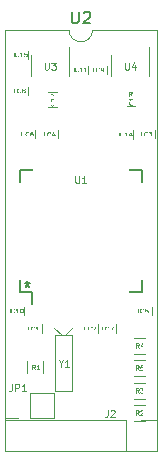
<source format=gto>
G04 #@! TF.GenerationSoftware,KiCad,Pcbnew,(5.1.2-1)-1*
G04 #@! TF.CreationDate,2019-06-12T16:50:37+03:00*
G04 #@! TF.ProjectId,ayx,6179782e-6b69-4636-9164-5f7063625858,rev?*
G04 #@! TF.SameCoordinates,Original*
G04 #@! TF.FileFunction,Legend,Top*
G04 #@! TF.FilePolarity,Positive*
%FSLAX46Y46*%
G04 Gerber Fmt 4.6, Leading zero omitted, Abs format (unit mm)*
G04 Created by KiCad (PCBNEW (5.1.2-1)-1) date 2019-06-12 16:50:37*
%MOMM*%
%LPD*%
G04 APERTURE LIST*
%ADD10C,0.200000*%
%ADD11C,0.120000*%
%ADD12C,0.150000*%
%ADD13C,0.100000*%
%ADD14R,2.000000X2.000000*%
%ADD15O,2.000000X2.000000*%
%ADD16R,1.150000X1.200000*%
%ADD17R,1.400000X0.650000*%
%ADD18R,0.650000X1.400000*%
%ADD19O,2.100000X2.100000*%
%ADD20R,2.100000X2.100000*%
%ADD21R,1.050000X1.460000*%
%ADD22R,1.300000X0.900000*%
%ADD23R,0.900000X1.300000*%
%ADD24R,1.200000X1.150000*%
%ADD25O,1.750000X1.750000*%
%ADD26R,1.750000X1.750000*%
%ADD27C,1.400000*%
G04 APERTURE END LIST*
D10*
X143433800Y-106335580D02*
X143433800Y-106573676D01*
X143195704Y-106478438D02*
X143433800Y-106573676D01*
X143671895Y-106478438D01*
X143290942Y-106764152D02*
X143433800Y-106573676D01*
X143576657Y-106764152D01*
D11*
X148955000Y-85030000D02*
G75*
G02X146955000Y-85030000I-1000000J0D01*
G01*
X146955000Y-85030000D02*
X141495000Y-85030000D01*
X141495000Y-85030000D02*
X141495000Y-120710000D01*
X141495000Y-120710000D02*
X154415000Y-120710000D01*
X154415000Y-120710000D02*
X154415000Y-85030000D01*
X154415000Y-85030000D02*
X148955000Y-85030000D01*
X148555000Y-88054000D02*
X148555000Y-88754000D01*
X147355000Y-88754000D02*
X147355000Y-88054000D01*
D12*
X143795000Y-107248400D02*
X143795000Y-108273400D01*
X142795000Y-96898400D02*
X142795000Y-97973400D01*
X153145000Y-96898400D02*
X153145000Y-97973400D01*
X153145000Y-107248400D02*
X153145000Y-106173400D01*
X142795000Y-107248400D02*
X142795000Y-106173400D01*
X153145000Y-107248400D02*
X152070000Y-107248400D01*
X153145000Y-96898400D02*
X152070000Y-96898400D01*
X142795000Y-96898400D02*
X143870000Y-96898400D01*
X142795000Y-107248400D02*
X143795000Y-107248400D01*
D11*
X154365000Y-118050000D02*
X154365000Y-119380000D01*
X153035000Y-118050000D02*
X154365000Y-118050000D01*
X151765000Y-118050000D02*
X151765000Y-120710000D01*
X151765000Y-120710000D02*
X141545000Y-120710000D01*
X151765000Y-118050000D02*
X141545000Y-118050000D01*
X141545000Y-118050000D02*
X141545000Y-120710000D01*
X146964000Y-88954000D02*
X146964000Y-86504000D01*
X143744000Y-87154000D02*
X143744000Y-88954000D01*
X153756000Y-88954000D02*
X153756000Y-86504000D01*
X150536000Y-87154000D02*
X150536000Y-88954000D01*
X142275000Y-87484000D02*
X142275000Y-86784000D01*
X143475000Y-86784000D02*
X143475000Y-87484000D01*
X143468800Y-110675600D02*
X143468800Y-109975600D01*
X144668800Y-109975600D02*
X144668800Y-110675600D01*
X148244000Y-110675600D02*
X148244000Y-109975600D01*
X149444000Y-109975600D02*
X149444000Y-110675600D01*
X154219200Y-93515000D02*
X154219200Y-94215000D01*
X153019200Y-94215000D02*
X153019200Y-93515000D01*
X146015000Y-93515000D02*
X146015000Y-94215000D01*
X144815000Y-94215000D02*
X144815000Y-93515000D01*
X153952500Y-108477000D02*
X153952500Y-109177000D01*
X152752500Y-109177000D02*
X152752500Y-108477000D01*
X150917200Y-109975600D02*
X150917200Y-110675600D01*
X149717200Y-110675600D02*
X149717200Y-109975600D01*
X142275000Y-90532000D02*
X142275000Y-89832000D01*
X143475000Y-89832000D02*
X143475000Y-90532000D01*
X148942500Y-88754000D02*
X148942500Y-88054000D01*
X150142500Y-88054000D02*
X150142500Y-88754000D01*
X143388800Y-114088800D02*
X143388800Y-113088800D01*
X144748800Y-113088800D02*
X144748800Y-114088800D01*
X153420000Y-118155000D02*
X152420000Y-118155000D01*
X152420000Y-116795000D02*
X153420000Y-116795000D01*
X153420000Y-116250000D02*
X152420000Y-116250000D01*
X152420000Y-114890000D02*
X153420000Y-114890000D01*
X153420000Y-112440000D02*
X152420000Y-112440000D01*
X152420000Y-111080000D02*
X153420000Y-111080000D01*
X153420000Y-114345000D02*
X152420000Y-114345000D01*
X152420000Y-112985000D02*
X153420000Y-112985000D01*
X144110000Y-93515000D02*
X144110000Y-94215000D01*
X142910000Y-94215000D02*
X142910000Y-93515000D01*
X141919400Y-109175600D02*
X141919400Y-108475600D01*
X143119400Y-108475600D02*
X143119400Y-109175600D01*
X145204000Y-90332000D02*
X145904000Y-90332000D01*
X145904000Y-91532000D02*
X145204000Y-91532000D01*
X151869000Y-90266000D02*
X152569000Y-90266000D01*
X152569000Y-91466000D02*
X151869000Y-91466000D01*
X151165000Y-94240400D02*
X151165000Y-93540400D01*
X152365000Y-93540400D02*
X152365000Y-94240400D01*
X141567600Y-117900000D02*
X141567600Y-116840000D01*
X142627600Y-117900000D02*
X141567600Y-117900000D01*
X143627600Y-117900000D02*
X143627600Y-115780000D01*
X143627600Y-115780000D02*
X145687600Y-115780000D01*
X143627600Y-117900000D02*
X145687600Y-117900000D01*
X145687600Y-117900000D02*
X145687600Y-115780000D01*
X147218400Y-110275600D02*
X147218400Y-110275600D01*
X146618400Y-110875600D02*
X147218400Y-110275600D01*
X145718400Y-110275600D02*
X145718400Y-110275600D01*
X146318400Y-110875600D02*
X145718400Y-110275600D01*
X147168400Y-110875600D02*
X145768400Y-110875600D01*
X147168400Y-115575600D02*
X147168400Y-110875600D01*
X145768400Y-115575600D02*
X147168400Y-115575600D01*
X145768400Y-110875600D02*
X145768400Y-115575600D01*
D12*
X147193095Y-83482380D02*
X147193095Y-84291904D01*
X147240714Y-84387142D01*
X147288333Y-84434761D01*
X147383571Y-84482380D01*
X147574047Y-84482380D01*
X147669285Y-84434761D01*
X147716904Y-84387142D01*
X147764523Y-84291904D01*
X147764523Y-83482380D01*
X148193095Y-83577619D02*
X148240714Y-83530000D01*
X148335952Y-83482380D01*
X148574047Y-83482380D01*
X148669285Y-83530000D01*
X148716904Y-83577619D01*
X148764523Y-83672857D01*
X148764523Y-83768095D01*
X148716904Y-83910952D01*
X148145476Y-84482380D01*
X148764523Y-84482380D01*
D13*
X147697857Y-88534857D02*
X147678809Y-88553904D01*
X147621666Y-88572952D01*
X147583571Y-88572952D01*
X147526428Y-88553904D01*
X147488333Y-88515809D01*
X147469285Y-88477714D01*
X147450238Y-88401523D01*
X147450238Y-88344380D01*
X147469285Y-88268190D01*
X147488333Y-88230095D01*
X147526428Y-88192000D01*
X147583571Y-88172952D01*
X147621666Y-88172952D01*
X147678809Y-88192000D01*
X147697857Y-88211047D01*
X148078809Y-88572952D02*
X147850238Y-88572952D01*
X147964523Y-88572952D02*
X147964523Y-88172952D01*
X147926428Y-88230095D01*
X147888333Y-88268190D01*
X147850238Y-88287238D01*
X148459761Y-88572952D02*
X148231190Y-88572952D01*
X148345476Y-88572952D02*
X148345476Y-88172952D01*
X148307380Y-88230095D01*
X148269285Y-88268190D01*
X148231190Y-88287238D01*
D11*
X147472457Y-97410628D02*
X147472457Y-97896342D01*
X147501028Y-97953485D01*
X147529600Y-97982057D01*
X147586742Y-98010628D01*
X147701028Y-98010628D01*
X147758171Y-97982057D01*
X147786742Y-97953485D01*
X147815314Y-97896342D01*
X147815314Y-97410628D01*
X148415314Y-98010628D02*
X148072457Y-98010628D01*
X148243885Y-98010628D02*
X148243885Y-97410628D01*
X148186742Y-97496342D01*
X148129600Y-97553485D01*
X148072457Y-97582057D01*
X150218800Y-117222628D02*
X150218800Y-117651200D01*
X150190228Y-117736914D01*
X150133085Y-117794057D01*
X150047371Y-117822628D01*
X149990228Y-117822628D01*
X150475942Y-117279771D02*
X150504514Y-117251200D01*
X150561657Y-117222628D01*
X150704514Y-117222628D01*
X150761657Y-117251200D01*
X150790228Y-117279771D01*
X150818800Y-117336914D01*
X150818800Y-117394057D01*
X150790228Y-117479771D01*
X150447371Y-117822628D01*
X150818800Y-117822628D01*
X144894357Y-87809428D02*
X144894357Y-88295142D01*
X144922928Y-88352285D01*
X144951500Y-88380857D01*
X145008642Y-88409428D01*
X145122928Y-88409428D01*
X145180071Y-88380857D01*
X145208642Y-88352285D01*
X145237214Y-88295142D01*
X145237214Y-87809428D01*
X145465785Y-87809428D02*
X145837214Y-87809428D01*
X145637214Y-88038000D01*
X145722928Y-88038000D01*
X145780071Y-88066571D01*
X145808642Y-88095142D01*
X145837214Y-88152285D01*
X145837214Y-88295142D01*
X145808642Y-88352285D01*
X145780071Y-88380857D01*
X145722928Y-88409428D01*
X145551500Y-88409428D01*
X145494357Y-88380857D01*
X145465785Y-88352285D01*
X151688857Y-87809428D02*
X151688857Y-88295142D01*
X151717428Y-88352285D01*
X151746000Y-88380857D01*
X151803142Y-88409428D01*
X151917428Y-88409428D01*
X151974571Y-88380857D01*
X152003142Y-88352285D01*
X152031714Y-88295142D01*
X152031714Y-87809428D01*
X152574571Y-88009428D02*
X152574571Y-88409428D01*
X152431714Y-87780857D02*
X152288857Y-88209428D01*
X152660285Y-88209428D01*
D13*
X142617857Y-87264857D02*
X142598809Y-87283904D01*
X142541666Y-87302952D01*
X142503571Y-87302952D01*
X142446428Y-87283904D01*
X142408333Y-87245809D01*
X142389285Y-87207714D01*
X142370238Y-87131523D01*
X142370238Y-87074380D01*
X142389285Y-86998190D01*
X142408333Y-86960095D01*
X142446428Y-86922000D01*
X142503571Y-86902952D01*
X142541666Y-86902952D01*
X142598809Y-86922000D01*
X142617857Y-86941047D01*
X142998809Y-87302952D02*
X142770238Y-87302952D01*
X142884523Y-87302952D02*
X142884523Y-86902952D01*
X142846428Y-86960095D01*
X142808333Y-86998190D01*
X142770238Y-87017238D01*
X143360714Y-86902952D02*
X143170238Y-86902952D01*
X143151190Y-87093428D01*
X143170238Y-87074380D01*
X143208333Y-87055333D01*
X143303571Y-87055333D01*
X143341666Y-87074380D01*
X143360714Y-87093428D01*
X143379761Y-87131523D01*
X143379761Y-87226761D01*
X143360714Y-87264857D01*
X143341666Y-87283904D01*
X143303571Y-87302952D01*
X143208333Y-87302952D01*
X143170238Y-87283904D01*
X143151190Y-87264857D01*
X144002133Y-110480457D02*
X143983085Y-110499504D01*
X143925942Y-110518552D01*
X143887847Y-110518552D01*
X143830704Y-110499504D01*
X143792609Y-110461409D01*
X143773561Y-110423314D01*
X143754514Y-110347123D01*
X143754514Y-110289980D01*
X143773561Y-110213790D01*
X143792609Y-110175695D01*
X143830704Y-110137600D01*
X143887847Y-110118552D01*
X143925942Y-110118552D01*
X143983085Y-110137600D01*
X144002133Y-110156647D01*
X144383085Y-110518552D02*
X144154514Y-110518552D01*
X144268800Y-110518552D02*
X144268800Y-110118552D01*
X144230704Y-110175695D01*
X144192609Y-110213790D01*
X144154514Y-110232838D01*
X148777333Y-110480457D02*
X148758285Y-110499504D01*
X148701142Y-110518552D01*
X148663047Y-110518552D01*
X148605904Y-110499504D01*
X148567809Y-110461409D01*
X148548761Y-110423314D01*
X148529714Y-110347123D01*
X148529714Y-110289980D01*
X148548761Y-110213790D01*
X148567809Y-110175695D01*
X148605904Y-110137600D01*
X148663047Y-110118552D01*
X148701142Y-110118552D01*
X148758285Y-110137600D01*
X148777333Y-110156647D01*
X148929714Y-110156647D02*
X148948761Y-110137600D01*
X148986857Y-110118552D01*
X149082095Y-110118552D01*
X149120190Y-110137600D01*
X149139238Y-110156647D01*
X149158285Y-110194742D01*
X149158285Y-110232838D01*
X149139238Y-110289980D01*
X148910666Y-110518552D01*
X149158285Y-110518552D01*
X153552533Y-94007857D02*
X153533485Y-94026904D01*
X153476342Y-94045952D01*
X153438247Y-94045952D01*
X153381104Y-94026904D01*
X153343009Y-93988809D01*
X153323961Y-93950714D01*
X153304914Y-93874523D01*
X153304914Y-93817380D01*
X153323961Y-93741190D01*
X153343009Y-93703095D01*
X153381104Y-93665000D01*
X153438247Y-93645952D01*
X153476342Y-93645952D01*
X153533485Y-93665000D01*
X153552533Y-93684047D01*
X153685866Y-93645952D02*
X153933485Y-93645952D01*
X153800152Y-93798333D01*
X153857295Y-93798333D01*
X153895390Y-93817380D01*
X153914438Y-93836428D01*
X153933485Y-93874523D01*
X153933485Y-93969761D01*
X153914438Y-94007857D01*
X153895390Y-94026904D01*
X153857295Y-94045952D01*
X153743009Y-94045952D01*
X153704914Y-94026904D01*
X153685866Y-94007857D01*
X145348333Y-94059357D02*
X145329285Y-94078404D01*
X145272142Y-94097452D01*
X145234047Y-94097452D01*
X145176904Y-94078404D01*
X145138809Y-94040309D01*
X145119761Y-94002214D01*
X145100714Y-93926023D01*
X145100714Y-93868880D01*
X145119761Y-93792690D01*
X145138809Y-93754595D01*
X145176904Y-93716500D01*
X145234047Y-93697452D01*
X145272142Y-93697452D01*
X145329285Y-93716500D01*
X145348333Y-93735547D01*
X145691190Y-93830785D02*
X145691190Y-94097452D01*
X145595952Y-93678404D02*
X145500714Y-93964119D01*
X145748333Y-93964119D01*
X153222333Y-108969157D02*
X153203285Y-108988204D01*
X153146142Y-109007252D01*
X153108047Y-109007252D01*
X153050904Y-108988204D01*
X153012809Y-108950109D01*
X152993761Y-108912014D01*
X152974714Y-108835823D01*
X152974714Y-108778680D01*
X152993761Y-108702490D01*
X153012809Y-108664395D01*
X153050904Y-108626300D01*
X153108047Y-108607252D01*
X153146142Y-108607252D01*
X153203285Y-108626300D01*
X153222333Y-108645347D01*
X153584238Y-108607252D02*
X153393761Y-108607252D01*
X153374714Y-108797728D01*
X153393761Y-108778680D01*
X153431857Y-108759633D01*
X153527095Y-108759633D01*
X153565190Y-108778680D01*
X153584238Y-108797728D01*
X153603285Y-108835823D01*
X153603285Y-108931061D01*
X153584238Y-108969157D01*
X153565190Y-108988204D01*
X153527095Y-109007252D01*
X153431857Y-109007252D01*
X153393761Y-108988204D01*
X153374714Y-108969157D01*
X150250533Y-110480457D02*
X150231485Y-110499504D01*
X150174342Y-110518552D01*
X150136247Y-110518552D01*
X150079104Y-110499504D01*
X150041009Y-110461409D01*
X150021961Y-110423314D01*
X150002914Y-110347123D01*
X150002914Y-110289980D01*
X150021961Y-110213790D01*
X150041009Y-110175695D01*
X150079104Y-110137600D01*
X150136247Y-110118552D01*
X150174342Y-110118552D01*
X150231485Y-110137600D01*
X150250533Y-110156647D01*
X150383866Y-110118552D02*
X150650533Y-110118552D01*
X150479104Y-110518552D01*
X142808333Y-90312857D02*
X142789285Y-90331904D01*
X142732142Y-90350952D01*
X142694047Y-90350952D01*
X142636904Y-90331904D01*
X142598809Y-90293809D01*
X142579761Y-90255714D01*
X142560714Y-90179523D01*
X142560714Y-90122380D01*
X142579761Y-90046190D01*
X142598809Y-90008095D01*
X142636904Y-89970000D01*
X142694047Y-89950952D01*
X142732142Y-89950952D01*
X142789285Y-89970000D01*
X142808333Y-89989047D01*
X143036904Y-90122380D02*
X142998809Y-90103333D01*
X142979761Y-90084285D01*
X142960714Y-90046190D01*
X142960714Y-90027142D01*
X142979761Y-89989047D01*
X142998809Y-89970000D01*
X143036904Y-89950952D01*
X143113095Y-89950952D01*
X143151190Y-89970000D01*
X143170238Y-89989047D01*
X143189285Y-90027142D01*
X143189285Y-90046190D01*
X143170238Y-90084285D01*
X143151190Y-90103333D01*
X143113095Y-90122380D01*
X143036904Y-90122380D01*
X142998809Y-90141428D01*
X142979761Y-90160476D01*
X142960714Y-90198571D01*
X142960714Y-90274761D01*
X142979761Y-90312857D01*
X142998809Y-90331904D01*
X143036904Y-90350952D01*
X143113095Y-90350952D01*
X143151190Y-90331904D01*
X143170238Y-90312857D01*
X143189285Y-90274761D01*
X143189285Y-90198571D01*
X143170238Y-90160476D01*
X143151190Y-90141428D01*
X143113095Y-90122380D01*
X149475833Y-88558857D02*
X149456785Y-88577904D01*
X149399642Y-88596952D01*
X149361547Y-88596952D01*
X149304404Y-88577904D01*
X149266309Y-88539809D01*
X149247261Y-88501714D01*
X149228214Y-88425523D01*
X149228214Y-88368380D01*
X149247261Y-88292190D01*
X149266309Y-88254095D01*
X149304404Y-88216000D01*
X149361547Y-88196952D01*
X149399642Y-88196952D01*
X149456785Y-88216000D01*
X149475833Y-88235047D01*
X149666309Y-88596952D02*
X149742500Y-88596952D01*
X149780595Y-88577904D01*
X149799642Y-88558857D01*
X149837738Y-88501714D01*
X149856785Y-88425523D01*
X149856785Y-88273142D01*
X149837738Y-88235047D01*
X149818690Y-88216000D01*
X149780595Y-88196952D01*
X149704404Y-88196952D01*
X149666309Y-88216000D01*
X149647261Y-88235047D01*
X149628214Y-88273142D01*
X149628214Y-88368380D01*
X149647261Y-88406476D01*
X149666309Y-88425523D01*
X149704404Y-88444571D01*
X149780595Y-88444571D01*
X149818690Y-88425523D01*
X149837738Y-88406476D01*
X149856785Y-88368380D01*
X144065633Y-113769752D02*
X143932300Y-113579276D01*
X143837061Y-113769752D02*
X143837061Y-113369752D01*
X143989442Y-113369752D01*
X144027538Y-113388800D01*
X144046585Y-113407847D01*
X144065633Y-113445942D01*
X144065633Y-113503085D01*
X144046585Y-113541180D01*
X144027538Y-113560228D01*
X143989442Y-113579276D01*
X143837061Y-113579276D01*
X144446585Y-113769752D02*
X144218014Y-113769752D01*
X144332300Y-113769752D02*
X144332300Y-113369752D01*
X144294204Y-113426895D01*
X144256109Y-113464990D01*
X144218014Y-113484038D01*
X152841333Y-117655952D02*
X152708000Y-117465476D01*
X152612761Y-117655952D02*
X152612761Y-117255952D01*
X152765142Y-117255952D01*
X152803238Y-117275000D01*
X152822285Y-117294047D01*
X152841333Y-117332142D01*
X152841333Y-117389285D01*
X152822285Y-117427380D01*
X152803238Y-117446428D01*
X152765142Y-117465476D01*
X152612761Y-117465476D01*
X152993714Y-117294047D02*
X153012761Y-117275000D01*
X153050857Y-117255952D01*
X153146095Y-117255952D01*
X153184190Y-117275000D01*
X153203238Y-117294047D01*
X153222285Y-117332142D01*
X153222285Y-117370238D01*
X153203238Y-117427380D01*
X152974666Y-117655952D01*
X153222285Y-117655952D01*
X152841333Y-115750952D02*
X152708000Y-115560476D01*
X152612761Y-115750952D02*
X152612761Y-115350952D01*
X152765142Y-115350952D01*
X152803238Y-115370000D01*
X152822285Y-115389047D01*
X152841333Y-115427142D01*
X152841333Y-115484285D01*
X152822285Y-115522380D01*
X152803238Y-115541428D01*
X152765142Y-115560476D01*
X152612761Y-115560476D01*
X152974666Y-115350952D02*
X153222285Y-115350952D01*
X153088952Y-115503333D01*
X153146095Y-115503333D01*
X153184190Y-115522380D01*
X153203238Y-115541428D01*
X153222285Y-115579523D01*
X153222285Y-115674761D01*
X153203238Y-115712857D01*
X153184190Y-115731904D01*
X153146095Y-115750952D01*
X153031809Y-115750952D01*
X152993714Y-115731904D01*
X152974666Y-115712857D01*
X152853333Y-111940952D02*
X152720000Y-111750476D01*
X152624761Y-111940952D02*
X152624761Y-111540952D01*
X152777142Y-111540952D01*
X152815238Y-111560000D01*
X152834285Y-111579047D01*
X152853333Y-111617142D01*
X152853333Y-111674285D01*
X152834285Y-111712380D01*
X152815238Y-111731428D01*
X152777142Y-111750476D01*
X152624761Y-111750476D01*
X153196190Y-111674285D02*
X153196190Y-111940952D01*
X153100952Y-111521904D02*
X153005714Y-111807619D01*
X153253333Y-111807619D01*
X152841333Y-113845952D02*
X152708000Y-113655476D01*
X152612761Y-113845952D02*
X152612761Y-113445952D01*
X152765142Y-113445952D01*
X152803238Y-113465000D01*
X152822285Y-113484047D01*
X152841333Y-113522142D01*
X152841333Y-113579285D01*
X152822285Y-113617380D01*
X152803238Y-113636428D01*
X152765142Y-113655476D01*
X152612761Y-113655476D01*
X153203238Y-113445952D02*
X153012761Y-113445952D01*
X152993714Y-113636428D01*
X153012761Y-113617380D01*
X153050857Y-113598333D01*
X153146095Y-113598333D01*
X153184190Y-113617380D01*
X153203238Y-113636428D01*
X153222285Y-113674523D01*
X153222285Y-113769761D01*
X153203238Y-113807857D01*
X153184190Y-113826904D01*
X153146095Y-113845952D01*
X153050857Y-113845952D01*
X153012761Y-113826904D01*
X152993714Y-113807857D01*
X143506833Y-94007857D02*
X143487785Y-94026904D01*
X143430642Y-94045952D01*
X143392547Y-94045952D01*
X143335404Y-94026904D01*
X143297309Y-93988809D01*
X143278261Y-93950714D01*
X143259214Y-93874523D01*
X143259214Y-93817380D01*
X143278261Y-93741190D01*
X143297309Y-93703095D01*
X143335404Y-93665000D01*
X143392547Y-93645952D01*
X143430642Y-93645952D01*
X143487785Y-93665000D01*
X143506833Y-93684047D01*
X143849690Y-93645952D02*
X143773500Y-93645952D01*
X143735404Y-93665000D01*
X143716357Y-93684047D01*
X143678261Y-93741190D01*
X143659214Y-93817380D01*
X143659214Y-93969761D01*
X143678261Y-94007857D01*
X143697309Y-94026904D01*
X143735404Y-94045952D01*
X143811595Y-94045952D01*
X143849690Y-94026904D01*
X143868738Y-94007857D01*
X143887785Y-93969761D01*
X143887785Y-93874523D01*
X143868738Y-93836428D01*
X143849690Y-93817380D01*
X143811595Y-93798333D01*
X143735404Y-93798333D01*
X143697309Y-93817380D01*
X143678261Y-93836428D01*
X143659214Y-93874523D01*
X142287657Y-108956457D02*
X142268609Y-108975504D01*
X142211466Y-108994552D01*
X142173371Y-108994552D01*
X142116228Y-108975504D01*
X142078133Y-108937409D01*
X142059085Y-108899314D01*
X142040038Y-108823123D01*
X142040038Y-108765980D01*
X142059085Y-108689790D01*
X142078133Y-108651695D01*
X142116228Y-108613600D01*
X142173371Y-108594552D01*
X142211466Y-108594552D01*
X142268609Y-108613600D01*
X142287657Y-108632647D01*
X142668609Y-108994552D02*
X142440038Y-108994552D01*
X142554323Y-108994552D02*
X142554323Y-108594552D01*
X142516228Y-108651695D01*
X142478133Y-108689790D01*
X142440038Y-108708838D01*
X142916228Y-108594552D02*
X142954323Y-108594552D01*
X142992419Y-108613600D01*
X143011466Y-108632647D01*
X143030514Y-108670742D01*
X143049561Y-108746933D01*
X143049561Y-108842171D01*
X143030514Y-108918361D01*
X143011466Y-108956457D01*
X142992419Y-108975504D01*
X142954323Y-108994552D01*
X142916228Y-108994552D01*
X142878133Y-108975504D01*
X142859085Y-108956457D01*
X142840038Y-108918361D01*
X142820990Y-108842171D01*
X142820990Y-108746933D01*
X142840038Y-108670742D01*
X142859085Y-108632647D01*
X142878133Y-108613600D01*
X142916228Y-108594552D01*
X145684857Y-91189142D02*
X145703904Y-91208190D01*
X145722952Y-91265333D01*
X145722952Y-91303428D01*
X145703904Y-91360571D01*
X145665809Y-91398666D01*
X145627714Y-91417714D01*
X145551523Y-91436761D01*
X145494380Y-91436761D01*
X145418190Y-91417714D01*
X145380095Y-91398666D01*
X145342000Y-91360571D01*
X145322952Y-91303428D01*
X145322952Y-91265333D01*
X145342000Y-91208190D01*
X145361047Y-91189142D01*
X145722952Y-90808190D02*
X145722952Y-91036761D01*
X145722952Y-90922476D02*
X145322952Y-90922476D01*
X145380095Y-90960571D01*
X145418190Y-90998666D01*
X145437238Y-91036761D01*
X145361047Y-90655809D02*
X145342000Y-90636761D01*
X145322952Y-90598666D01*
X145322952Y-90503428D01*
X145342000Y-90465333D01*
X145361047Y-90446285D01*
X145399142Y-90427238D01*
X145437238Y-90427238D01*
X145494380Y-90446285D01*
X145722952Y-90674857D01*
X145722952Y-90427238D01*
X152390457Y-91138342D02*
X152409504Y-91157390D01*
X152428552Y-91214533D01*
X152428552Y-91252628D01*
X152409504Y-91309771D01*
X152371409Y-91347866D01*
X152333314Y-91366914D01*
X152257123Y-91385961D01*
X152199980Y-91385961D01*
X152123790Y-91366914D01*
X152085695Y-91347866D01*
X152047600Y-91309771D01*
X152028552Y-91252628D01*
X152028552Y-91214533D01*
X152047600Y-91157390D01*
X152066647Y-91138342D01*
X152428552Y-90757390D02*
X152428552Y-90985961D01*
X152428552Y-90871676D02*
X152028552Y-90871676D01*
X152085695Y-90909771D01*
X152123790Y-90947866D01*
X152142838Y-90985961D01*
X152028552Y-90624057D02*
X152028552Y-90376438D01*
X152180933Y-90509771D01*
X152180933Y-90452628D01*
X152199980Y-90414533D01*
X152219028Y-90395485D01*
X152257123Y-90376438D01*
X152352361Y-90376438D01*
X152390457Y-90395485D01*
X152409504Y-90414533D01*
X152428552Y-90452628D01*
X152428552Y-90566914D01*
X152409504Y-90605009D01*
X152390457Y-90624057D01*
X151507857Y-94033257D02*
X151488809Y-94052304D01*
X151431666Y-94071352D01*
X151393571Y-94071352D01*
X151336428Y-94052304D01*
X151298333Y-94014209D01*
X151279285Y-93976114D01*
X151260238Y-93899923D01*
X151260238Y-93842780D01*
X151279285Y-93766590D01*
X151298333Y-93728495D01*
X151336428Y-93690400D01*
X151393571Y-93671352D01*
X151431666Y-93671352D01*
X151488809Y-93690400D01*
X151507857Y-93709447D01*
X151888809Y-94071352D02*
X151660238Y-94071352D01*
X151774523Y-94071352D02*
X151774523Y-93671352D01*
X151736428Y-93728495D01*
X151698333Y-93766590D01*
X151660238Y-93785638D01*
X152231666Y-93804685D02*
X152231666Y-94071352D01*
X152136428Y-93652304D02*
X152041190Y-93938019D01*
X152288809Y-93938019D01*
D11*
X142121000Y-115012828D02*
X142121000Y-115441400D01*
X142092428Y-115527114D01*
X142035285Y-115584257D01*
X141949571Y-115612828D01*
X141892428Y-115612828D01*
X142406714Y-115612828D02*
X142406714Y-115012828D01*
X142635285Y-115012828D01*
X142692428Y-115041400D01*
X142721000Y-115069971D01*
X142749571Y-115127114D01*
X142749571Y-115212828D01*
X142721000Y-115269971D01*
X142692428Y-115298542D01*
X142635285Y-115327114D01*
X142406714Y-115327114D01*
X143321000Y-115612828D02*
X142978142Y-115612828D01*
X143149571Y-115612828D02*
X143149571Y-115012828D01*
X143092428Y-115098542D01*
X143035285Y-115155685D01*
X142978142Y-115184257D01*
X146272285Y-113269714D02*
X146272285Y-113555428D01*
X146072285Y-112955428D02*
X146272285Y-113269714D01*
X146472285Y-112955428D01*
X146986571Y-113555428D02*
X146643714Y-113555428D01*
X146815142Y-113555428D02*
X146815142Y-112955428D01*
X146758000Y-113041142D01*
X146700857Y-113098285D01*
X146643714Y-113126857D01*
%LPC*%
D14*
X140335000Y-86360000D03*
D15*
X155575000Y-119380000D03*
X140335000Y-88900000D03*
X155575000Y-116840000D03*
X140335000Y-91440000D03*
X155575000Y-114300000D03*
X140335000Y-93980000D03*
X155575000Y-111760000D03*
X140335000Y-96520000D03*
X155575000Y-109220000D03*
X140335000Y-99060000D03*
X155575000Y-106680000D03*
X140335000Y-101600000D03*
X155575000Y-104140000D03*
X140335000Y-104140000D03*
X155575000Y-101600000D03*
X140335000Y-106680000D03*
X155575000Y-99060000D03*
X140335000Y-109220000D03*
X155575000Y-96520000D03*
X140335000Y-111760000D03*
X155575000Y-93980000D03*
X140335000Y-114300000D03*
X155575000Y-91440000D03*
X140335000Y-116840000D03*
X155575000Y-88900000D03*
X140335000Y-119380000D03*
X155575000Y-86360000D03*
D16*
X147955000Y-87654000D03*
X147955000Y-89154000D03*
D17*
X142270000Y-105823400D03*
X142270000Y-105323400D03*
X142270000Y-104823400D03*
X142270000Y-104323400D03*
X142270000Y-103823400D03*
X142270000Y-103323400D03*
X142270000Y-102823400D03*
X142270000Y-102323400D03*
X142270000Y-101823400D03*
X142270000Y-101323400D03*
X142270000Y-100823400D03*
X142270000Y-100323400D03*
X142270000Y-99823400D03*
X142270000Y-99323400D03*
X142270000Y-98823400D03*
X142270000Y-98323400D03*
D18*
X144220000Y-96373400D03*
X144720000Y-96373400D03*
X145220000Y-96373400D03*
X145720000Y-96373400D03*
X146220000Y-96373400D03*
X146720000Y-96373400D03*
X147220000Y-96373400D03*
X147720000Y-96373400D03*
X148220000Y-96373400D03*
X148720000Y-96373400D03*
X149220000Y-96373400D03*
X149720000Y-96373400D03*
X150220000Y-96373400D03*
X150720000Y-96373400D03*
X151220000Y-96373400D03*
X151720000Y-96373400D03*
D17*
X153670000Y-98323400D03*
X153670000Y-98823400D03*
X153670000Y-99323400D03*
X153670000Y-99823400D03*
X153670000Y-100323400D03*
X153670000Y-100823400D03*
X153670000Y-101323400D03*
X153670000Y-101823400D03*
X153670000Y-102323400D03*
X153670000Y-102823400D03*
X153670000Y-103323400D03*
X153670000Y-103823400D03*
X153670000Y-104323400D03*
X153670000Y-104823400D03*
X153670000Y-105323400D03*
X153670000Y-105823400D03*
D18*
X151720000Y-107773400D03*
X151220000Y-107773400D03*
X150720000Y-107773400D03*
X150220000Y-107773400D03*
X149720000Y-107773400D03*
X149220000Y-107773400D03*
X148720000Y-107773400D03*
X148220000Y-107773400D03*
X147720000Y-107773400D03*
X147220000Y-107773400D03*
X146720000Y-107773400D03*
X146220000Y-107773400D03*
X145720000Y-107773400D03*
X145220000Y-107773400D03*
X144720000Y-107773400D03*
X144220000Y-107773400D03*
D19*
X142875000Y-119380000D03*
X145415000Y-119380000D03*
X147955000Y-119380000D03*
X150495000Y-119380000D03*
D20*
X153035000Y-119380000D03*
D21*
X146304000Y-89154000D03*
X144404000Y-89154000D03*
X144404000Y-86954000D03*
X145354000Y-86954000D03*
X146304000Y-86954000D03*
X153096000Y-89154000D03*
X151196000Y-89154000D03*
X151196000Y-86954000D03*
X152146000Y-86954000D03*
X153096000Y-86954000D03*
D16*
X142875000Y-87884000D03*
X142875000Y-86384000D03*
X144068800Y-111075600D03*
X144068800Y-109575600D03*
X148844000Y-111075600D03*
X148844000Y-109575600D03*
X153619200Y-93115000D03*
X153619200Y-94615000D03*
X145415000Y-93115000D03*
X145415000Y-94615000D03*
X153352500Y-108077000D03*
X153352500Y-109577000D03*
X150317200Y-109575600D03*
X150317200Y-111075600D03*
X142875000Y-90932000D03*
X142875000Y-89432000D03*
X149542500Y-89154000D03*
X149542500Y-87654000D03*
D22*
X144068800Y-112838800D03*
X144068800Y-114338800D03*
D23*
X152170000Y-117475000D03*
X153670000Y-117475000D03*
X152170000Y-115570000D03*
X153670000Y-115570000D03*
X152170000Y-111760000D03*
X153670000Y-111760000D03*
X152170000Y-113665000D03*
X153670000Y-113665000D03*
D16*
X143510000Y-93115000D03*
X143510000Y-94615000D03*
X142519400Y-109575600D03*
X142519400Y-108075600D03*
D24*
X144804000Y-90932000D03*
X146304000Y-90932000D03*
X151469000Y-90866000D03*
X152969000Y-90866000D03*
D16*
X151765000Y-94640400D03*
X151765000Y-93140400D03*
D25*
X144627600Y-116840000D03*
D26*
X142627600Y-116840000D03*
D27*
X147218400Y-109575600D03*
X145718400Y-109575600D03*
M02*

</source>
